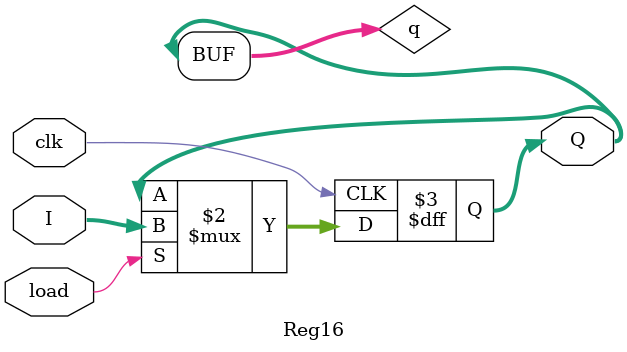
<source format=v>
`timescale 1ns / 1ps


module Reg16(clk,I,load,Q);
    input [15:0] I;
    input load,clk;
    output [15:0] Q;

    reg [15:0] Q;
    wire [15:0] q;

    assign q=Q;
    
    
    always @(negedge clk)
    Q=load?I:q;
endmodule

</source>
